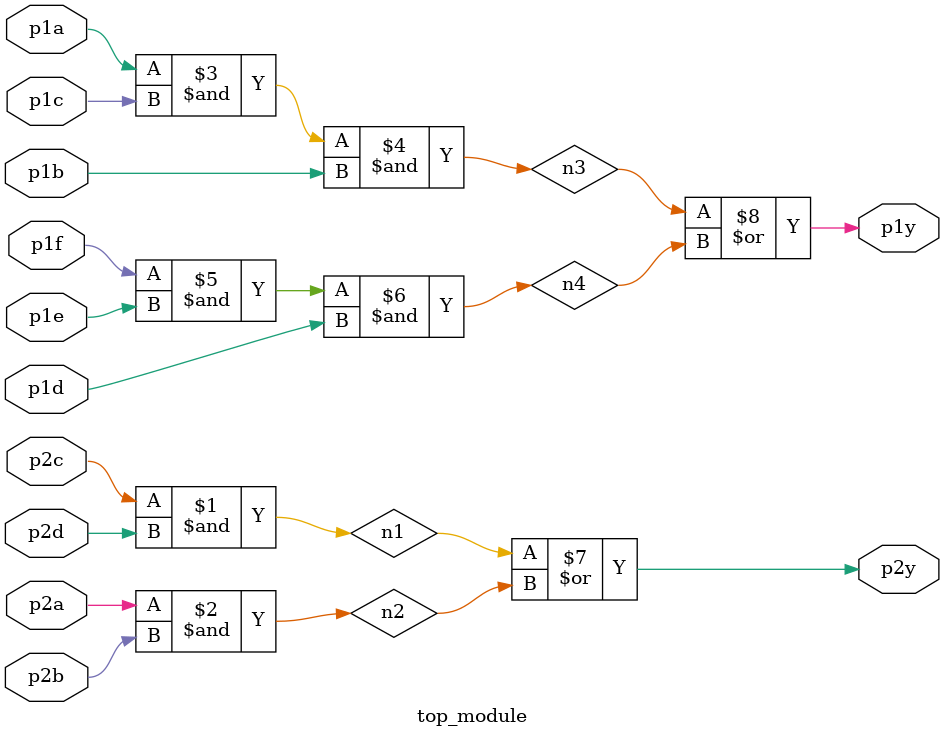
<source format=v>
module top_module ( 
    input p1a, p1b, p1c, p1d, p1e, p1f,
    output p1y,
    input p2a, p2b, p2c, p2d,
    output p2y );
	wire n1,n2,n3,n4;
    assign n1 = p2c & p2d;
    assign n2 = p2a & p2b;
    assign n3 = p1a & p1c & p1b;
    assign n4 = p1f & p1e & p1d;
    assign p2y = n1 | n2;
    assign p1y = n3 | n4;

endmodule

</source>
